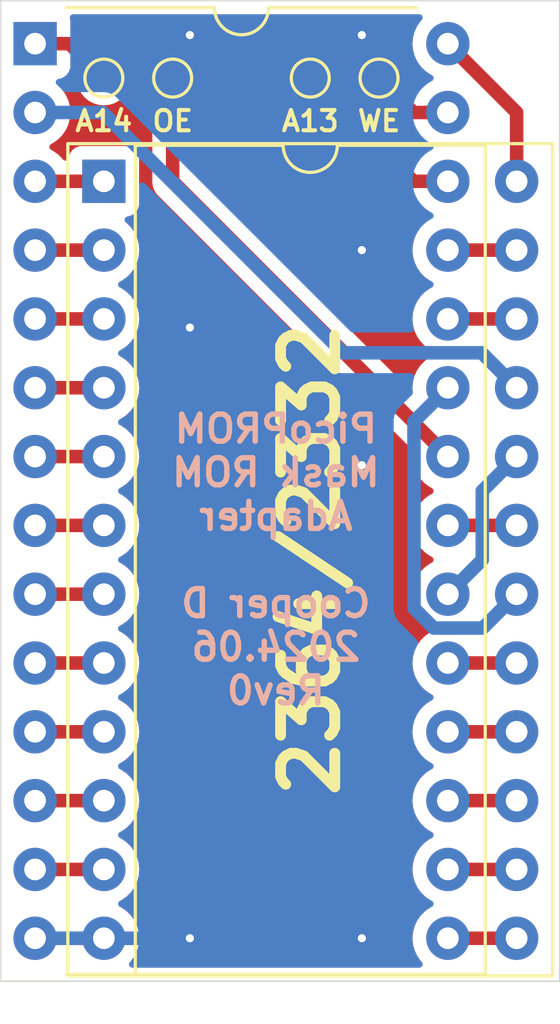
<source format=kicad_pcb>
(kicad_pcb (version 20240108) (generator "pcbnew") (generator_version "8.0")
  (layers (0 "F.Cu" signal) (31 "B.Cu" signal) (34 "B.Paste" user) (35 "F.Paste" user) (36 "B.SilkS" user "B.Silkscreen") (37 "F.SilkS" user "F.Silkscreen") (38 "B.Mask" user) (39 "F.Mask" user) (44 "Edge.Cuts" user))
  (net 0 "")
  (net 1 "Net-(U1-A13)")
  (net 2 "Net-(U1-A14)")
  (net 3 "Net-(U1-~{WE})")
  (net 4 "Net-(U1-~{OE})")
  (net 5 "/D5")
  (net 6 "/D3")
  (net 7 "VCC")
  (net 8 "/D7")
  (net 9 "/A11")
  (net 10 "/A1")
  (net 11 "/D2")
  (net 12 "/A5")
  (net 13 "/D6")
  (net 14 "/D1")
  (net 15 "/A0")
  (net 16 "/A2")
  (net 17 "/D4")
  (net 18 "/A6")
  (net 19 "/A8")
  (net 20 "/A9")
  (net 21 "/D0")
  (net 22 "/A10")
  (net 23 "GND")
  (net 24 "/A4")
  (net 25 "/A7")
  (net 26 "/A3")
  (net 27 "/CS")
  (net 28 "/A12")
  (footprint "TestPoint:TestPoint_Pad_D1.0mm" (layer "F.Cu") (at 132.08 96.52)
    (property "Reference" "TP5" (hide yes))
    (property "Value" "OE")
    (fp_circle (center 0 0) (end 0 0.7) (stroke (width 0.12)) (fill none) (layer "F.SilkS"))
    (pad "1" smd circle (at 0 0) (size 1 1) (layers "F.Cu" "F.Mask") (net 4 "Net-(U1-~{OE})"))
  )
  (footprint "picoprom-mask-rom:PicoPROM_DIP-28_W15.24mm" (layer "F.Cu") (at 127 95.25)
    (property "Reference" "U1" (hide yes))
    (property "Value" "28C256")
    (fp_line (start 1.16 34.35) (end 14.08 34.35) (stroke (width 0.12)) (layer "F.SilkS"))
    (fp_line (start 6.62 -1.33) (end 1.16 -1.33) (stroke (width 0.12)) (layer "F.SilkS"))
    (fp_line (start 14.08 -1.33) (end 8.62 -1.33) (stroke (width 0.12)) (layer "F.SilkS"))
    (fp_arc (start 8.62 -1.33) (mid 7.62 -0.33) (end 6.62 -1.33) (stroke (width 0.12)) (layer "F.SilkS"))
    (pad "1" thru_hole rect (at 0 0) (size 1.6 1.6) (drill 0.8) (layers "*.Cu" "*.Mask") (net 2 "Net-(U1-A14)"))
    (pad "2" thru_hole oval (at 0 2.54) (size 1.6 1.6) (drill 0.8) (layers "*.Cu" "*.Mask") (net 28 "/A12"))
    (pad "3" thru_hole oval (at 0 5.08) (size 1.6 1.6) (drill 0.8) (layers "*.Cu" "*.Mask") (net 25 "/A7"))
    (pad "4" thru_hole oval (at 0 7.62) (size 1.6 1.6) (drill 0.8) (layers "*.Cu" "*.Mask") (net 18 "/A6"))
    (pad "5" thru_hole oval (at 0 10.16) (size 1.6 1.6) (drill 0.8) (layers "*.Cu" "*.Mask") (net 12 "/A5"))
    (pad "6" thru_hole oval (at 0 12.7) (size 1.6 1.6) (drill 0.8) (layers "*.Cu" "*.Mask") (net 24 "/A4"))
    (pad "7" thru_hole oval (at 0 15.24) (size 1.6 1.6) (drill 0.8) (layers "*.Cu" "*.Mask") (net 26 "/A3"))
    (pad "8" thru_hole oval (at 0 17.78) (size 1.6 1.6) (drill 0.8) (layers "*.Cu" "*.Mask") (net 16 "/A2"))
    (pad "9" thru_hole oval (at 0 20.32) (size 1.6 1.6) (drill 0.8) (layers "*.Cu" "*.Mask") (net 10 "/A1"))
    (pad "10" thru_hole oval (at 0 22.86) (size 1.6 1.6) (drill 0.8) (layers "*.Cu" "*.Mask") (net 15 "/A0"))
    (pad "11" thru_hole oval (at 0 25.4) (size 1.6 1.6) (drill 0.8) (layers "*.Cu" "*.Mask") (net 21 "/D0"))
    (pad "12" thru_hole oval (at 0 27.94) (size 1.6 1.6) (drill 0.8) (layers "*.Cu" "*.Mask") (net 14 "/D1"))
    (pad "13" thru_hole oval (at 0 30.48) (size 1.6 1.6) (drill 0.8) (layers "*.Cu" "*.Mask") (net 11 "/D2"))
    (pad "14" thru_hole oval (at 0 33.02) (size 1.6 1.6) (drill 0.8) (layers "*.Cu" "*.Mask") (net 23 "GND"))
    (pad "15" thru_hole oval (at 15.24 33.02) (size 1.6 1.6) (drill 0.8) (layers "*.Cu" "*.Mask") (net 6 "/D3"))
    (pad "16" thru_hole oval (at 15.24 30.48) (size 1.6 1.6) (drill 0.8) (layers "*.Cu" "*.Mask") (net 17 "/D4"))
    (pad "17" thru_hole oval (at 15.24 27.94) (size 1.6 1.6) (drill 0.8) (layers "*.Cu" "*.Mask") (net 5 "/D5"))
    (pad "18" thru_hole oval (at 15.24 25.4) (size 1.6 1.6) (drill 0.8) (layers "*.Cu" "*.Mask") (net 13 "/D6"))
    (pad "19" thru_hole oval (at 15.24 22.86) (size 1.6 1.6) (drill 0.8) (layers "*.Cu" "*.Mask") (net 8 "/D7"))
    (pad "20" thru_hole oval (at 15.24 20.32) (size 1.6 1.6) (drill 0.8) (layers "*.Cu" "*.Mask") (net 27 "/CS"))
    (pad "21" thru_hole oval (at 15.24 17.78) (size 1.6 1.6) (drill 0.8) (layers "*.Cu" "*.Mask") (net 22 "/A10"))
    (pad "22" thru_hole oval (at 15.24 15.24) (size 1.6 1.6) (drill 0.8) (layers "*.Cu" "*.Mask") (net 4 "Net-(U1-~{OE})"))
    (pad "23" thru_hole oval (at 15.24 12.7) (size 1.6 1.6) (drill 0.8) (layers "*.Cu" "*.Mask") (net 9 "/A11"))
    (pad "24" thru_hole oval (at 15.24 10.16) (size 1.6 1.6) (drill 0.8) (layers "*.Cu" "*.Mask") (net 20 "/A9"))
    (pad "25" thru_hole oval (at 15.24 7.62) (size 1.6 1.6) (drill 0.8) (layers "*.Cu" "*.Mask") (net 19 "/A8"))
    (pad "26" thru_hole oval (at 15.24 5.08) (size 1.6 1.6) (drill 0.8) (layers "*.Cu" "*.Mask") (net 1 "Net-(U1-A13)"))
    (pad "27" thru_hole oval (at 15.24 2.54) (size 1.6 1.6) (drill 0.8) (layers "*.Cu" "*.Mask") (net 3 "Net-(U1-~{WE})"))
    (pad "28" thru_hole oval (at 15.24 0) (size 1.6 1.6) (drill 0.8) (layers "*.Cu" "*.Mask") (net 7 "VCC"))
  )
  (footprint "TestPoint:TestPoint_Pad_D1.0mm" (layer "F.Cu") (at 129.54 96.52)
    (property "Reference" "TP3" (hide yes))
    (property "Value" "A14")
    (fp_circle (center 0 0) (end 0 0.7) (stroke (width 0.12)) (fill none) (layer "F.SilkS"))
    (pad "1" smd circle (at 0 0) (size 1 1) (layers "F.Cu" "F.Mask") (net 2 "Net-(U1-A14)"))
  )
  (footprint "Package_DIP:DIP-24_W15.24mm_Socket" (layer "F.Cu") (at 129.54 100.33)
    (property "Reference" "U2" (hide yes))
    (property "Value" "2364")
    (fp_line (start -1.33 -1.39) (end -1.33 29.33) (stroke (width 0.12)) (layer "F.SilkS"))
    (fp_line (start -1.33 29.33) (end 16.57 29.33) (stroke (width 0.12)) (layer "F.SilkS"))
    (fp_line (start 1.16 -1.33) (end 1.16 29.27) (stroke (width 0.12)) (layer "F.SilkS"))
    (fp_line (start 1.16 29.27) (end 14.08 29.27) (stroke (width 0.12)) (layer "F.SilkS"))
    (fp_line (start 6.62 -1.33) (end 1.16 -1.33) (stroke (width 0.12)) (layer "F.SilkS"))
    (fp_line (start 14.08 -1.33) (end 8.62 -1.33) (stroke (width 0.12)) (layer "F.SilkS"))
    (fp_line (start 14.08 29.27) (end 14.08 -1.33) (stroke (width 0.12)) (layer "F.SilkS"))
    (fp_line (start 16.57 -1.39) (end -1.33 -1.39) (stroke (width 0.12)) (layer "F.SilkS"))
    (fp_line (start 16.57 29.33) (end 16.57 -1.39) (stroke (width 0.12)) (layer "F.SilkS"))
    (fp_arc (start 8.62 -1.33) (mid 7.62 -0.33) (end 6.62 -1.33) (stroke (width 0.12)) (layer "F.SilkS"))
    (pad "1" thru_hole rect (at 0 0) (size 1.6 1.6) (drill 0.8) (layers "*.Cu" "*.Mask") (net 25 "/A7"))
    (pad "2" thru_hole oval (at 0 2.54) (size 1.6 1.6) (drill 0.8) (layers "*.Cu" "*.Mask") (net 18 "/A6"))
    (pad "3" thru_hole oval (at 0 5.08) (size 1.6 1.6) (drill 0.8) (layers "*.Cu" "*.Mask") (net 12 "/A5"))
    (pad "4" thru_hole oval (at 0 7.62) (size 1.6 1.6) (drill 0.8) (layers "*.Cu" "*.Mask") (net 24 "/A4"))
    (pad "5" thru_hole oval (at 0 10.16) (size 1.6 1.6) (drill 0.8) (layers "*.Cu" "*.Mask") (net 26 "/A3"))
    (pad "6" thru_hole oval (at 0 12.7) (size 1.6 1.6) (drill 0.8) (layers "*.Cu" "*.Mask") (net 16 "/A2"))
    (pad "7" thru_hole oval (at 0 15.24) (size 1.6 1.6) (drill 0.8) (layers "*.Cu" "*.Mask") (net 10 "/A1"))
    (pad "8" thru_hole oval (at 0 17.78) (size 1.6 1.6) (drill 0.8) (layers "*.Cu" "*.Mask") (net 15 "/A0"))
    (pad "9" thru_hole oval (at 0 20.32) (size 1.6 1.6) (drill 0.8) (layers "*.Cu" "*.Mask") (net 21 "/D0"))
    (pad "10" thru_hole oval (at 0 22.86) (size 1.6 1.6) (drill 0.8) (layers "*.Cu" "*.Mask") (net 14 "/D1"))
    (pad "11" thru_hole oval (at 0 25.4) (size 1.6 1.6) (drill 0.8) (layers "*.Cu" "*.Mask") (net 11 "/D2"))
    (pad "12" thru_hole oval (at 0 27.94) (size 1.6 1.6) (drill 0.8) (layers "*.Cu" "*.Mask") (net 23 "GND"))
    (pad "13" thru_hole oval (at 15.24 27.94) (size 1.6 1.6) (drill 0.8) (layers "*.Cu" "*.Mask") (net 6 "/D3"))
    (pad "14" thru_hole oval (at 15.24 25.4) (size 1.6 1.6) (drill 0.8) (layers "*.Cu" "*.Mask") (net 17 "/D4"))
    (pad "15" thru_hole oval (at 15.24 22.86) (size 1.6 1.6) (drill 0.8) (layers "*.Cu" "*.Mask") (net 5 "/D5"))
    (pad "16" thru_hole oval (at 15.24 20.32) (size 1.6 1.6) (drill 0.8) (layers "*.Cu" "*.Mask") (net 13 "/D6"))
    (pad "17" thru_hole oval (at 15.24 17.78) (size 1.6 1.6) (drill 0.8) (layers "*.Cu" "*.Mask") (net 8 "/D7"))
    (pad "18" thru_hole oval (at 15.24 15.24) (size 1.6 1.6) (drill 0.8) (layers "*.Cu" "*.Mask") (net 9 "/A11"))
    (pad "19" thru_hole oval (at 15.24 12.7) (size 1.6 1.6) (drill 0.8) (layers "*.Cu" "*.Mask") (net 22 "/A10"))
    (pad "20" thru_hole oval (at 15.24 10.16) (size 1.6 1.6) (drill 0.8) (layers "*.Cu" "*.Mask") (net 27 "/CS"))
    (pad "21" thru_hole oval (at 15.24 7.62) (size 1.6 1.6) (drill 0.8) (layers "*.Cu" "*.Mask") (net 28 "/A12"))
    (pad "22" thru_hole oval (at 15.24 5.08) (size 1.6 1.6) (drill 0.8) (layers "*.Cu" "*.Mask") (net 20 "/A9"))
    (pad "23" thru_hole oval (at 15.24 2.54) (size 1.6 1.6) (drill 0.8) (layers "*.Cu" "*.Mask") (net 19 "/A8"))
    (pad "24" thru_hole oval (at 15.24 0) (size 1.6 1.6) (drill 0.8) (layers "*.Cu" "*.Mask") (net 7 "VCC"))
  )
  (footprint "TestPoint:TestPoint_Pad_D1.0mm" (layer "F.Cu") (at 137.16 96.52)
    (property "Reference" "TP2" (hide yes))
    (property "Value" "A13")
    (fp_circle (center 0 0) (end 0 0.7) (stroke (width 0.12)) (fill none) (layer "F.SilkS"))
    (pad "1" smd circle (at 0 0) (size 1 1) (layers "F.Cu" "F.Mask") (net 1 "Net-(U1-A13)"))
  )
  (footprint "TestPoint:TestPoint_Pad_D1.0mm" (layer "F.Cu") (at 139.7 96.52)
    (property "Reference" "TP4" (hide yes))
    (property "Value" "WE")
    (fp_circle (center 0 0) (end 0 0.7) (stroke (width 0.12)) (fill none) (layer "F.SilkS"))
    (pad "1" smd circle (at 0 0) (size 1 1) (layers "F.Cu" "F.Mask") (net 3 "Net-(U1-~{WE})"))
  )
  (gr_rect (start 125.73 93.6625) (end 146.3675 129.8575) (stroke (width 0.05)) (fill none) (layer "Edge.Cuts"))
  (gr_text "PicoPROM\nMask ROM\nAdapter\n\nCooper D\n2024.06\nRev0" (at 135.89 114.3 0) (layer "B.SilkS") (effects (font (size 1 1) (thickness 0.2) (bold yes)) (justify mirror)))
  (gr_text "OE" (at 132.08 98.1075 0) (layer "F.SilkS") (effects (font (size 0.75 0.75) (thickness 0.15) (bold yes))))
  (gr_text "A14" (at 129.54 98.1075 0) (layer "F.SilkS") (effects (font (size 0.75 0.75) (thickness 0.15) (bold yes))))
  (gr_text "A13" (at 137.16 98.1075 0) (layer "F.SilkS") (effects (font (size 0.75 0.75) (thickness 0.15) (bold yes))))
  (gr_text "WE" (at 139.7 98.1075 0) (layer "F.SilkS") (effects (font (size 0.75 0.75) (thickness 0.15) (bold yes))))
  (gr_text "2364/2332" (at 137.16 114.3 90) (layer "F.SilkS") (effects (font (size 2 2) (thickness 0.4) (bold yes))))
  (segment (start 142.24 100.33) (end 140.97 100.33) (width 0.5) (layer "F.Cu") (net 1))
  (segment (start 140.97 100.33) (end 137.16 96.52) (width 0.5) (layer "F.Cu") (net 1))
  (segment (start 127 95.25) (end 128.27 95.25) (width 0.5) (layer "F.Cu") (net 2))
  (segment (start 128.27 95.25) (end 129.54 96.52) (width 0.5) (layer "F.Cu") (net 2))
  (segment (start 142.24 97.79) (end 140.97 97.79) (width 0.5) (layer "F.Cu") (net 3))
  (segment (start 140.97 97.79) (end 139.7 96.52) (width 0.5) (layer "F.Cu") (net 3))
  (segment (start 132.08 100.33) (end 132.08 96.52) (width 0.5) (layer "F.Cu") (net 4))
  (segment (start 142.24 110.49) (end 132.08 100.33) (width 0.5) (layer "F.Cu") (net 4))
  (segment (start 142.24 123.19) (end 144.78 123.19) (width 0.5) (layer "F.Cu") (net 5))
  (segment (start 142.24 128.27) (end 144.78 128.27) (width 0.5) (layer "F.Cu") (net 6))
  (segment (start 142.24 95.25) (end 144.78 97.79) (width 0.5) (layer "F.Cu") (net 7))
  (segment (start 144.78 97.79) (end 144.78 100.33) (width 0.5) (layer "F.Cu") (net 7))
  (segment (start 144.78 118.11) (end 142.24 118.11) (width 0.5) (layer "F.Cu") (net 8))
  (segment (start 142.24 107.95) (end 140.99 109.2) (width 0.5) (layer "B.Cu") (net 9))
  (segment (start 141.722233 116.82) (end 143.53 116.82) (width 0.5) (layer "B.Cu") (net 9))
  (segment (start 143.53 116.82) (end 144.78 115.57) (width 0.5) (layer "B.Cu") (net 9))
  (segment (start 140.99 116.087767) (end 141.722233 116.82) (width 0.5) (layer "B.Cu") (net 9))
  (segment (start 140.99 109.2) (end 140.99 116.087767) (width 0.5) (layer "B.Cu") (net 9))
  (segment (start 127 115.57) (end 129.54 115.57) (width 0.5) (layer "F.Cu") (net 10))
  (segment (start 127 125.73) (end 129.54 125.73) (width 0.5) (layer "F.Cu") (net 11))
  (segment (start 127 105.41) (end 129.54 105.41) (width 0.5) (layer "F.Cu") (net 12))
  (segment (start 144.78 120.65) (end 142.24 120.65) (width 0.5) (layer "F.Cu") (net 13))
  (segment (start 127 123.19) (end 129.54 123.19) (width 0.5) (layer "F.Cu") (net 14))
  (segment (start 127 118.11) (end 129.54 118.11) (width 0.5) (layer "F.Cu") (net 15))
  (segment (start 127 113.03) (end 129.54 113.03) (width 0.5) (layer "F.Cu") (net 16))
  (segment (start 144.78 125.73) (end 142.24 125.73) (width 0.5) (layer "F.Cu") (net 17))
  (segment (start 127 102.87) (end 129.54 102.87) (width 0.5) (layer "F.Cu") (net 18))
  (segment (start 144.78 102.87) (end 142.24 102.87) (width 0.5) (layer "F.Cu") (net 19))
  (segment (start 142.24 105.41) (end 144.78 105.41) (width 0.5) (layer "F.Cu") (net 20))
  (segment (start 127 120.65) (end 129.54 120.65) (width 0.5) (layer "F.Cu") (net 21))
  (segment (start 144.78 113.03) (end 142.24 113.03) (width 0.5) (layer "F.Cu") (net 22))
  (via (at 132.715 94.9325) (size 0.6) (drill 0.3) (layers "F.Cu" "B.Cu") (net 23))
  (via (at 132.715 128.27) (size 0.6) (drill 0.3) (layers "F.Cu" "B.Cu") (net 23))
  (via (at 139.065 102.87) (size 0.6) (drill 0.3) (layers "F.Cu" "B.Cu") (net 23))
  (via (at 139.065 110.8075) (size 0.6) (drill 0.3) (layers "F.Cu" "B.Cu") (net 23))
  (via (at 139.065 94.9325) (size 0.6) (drill 0.3) (layers "F.Cu" "B.Cu") (net 23))
  (via (at 132.715 105.7275) (size 0.6) (drill 0.3) (layers "F.Cu" "B.Cu") (net 23))
  (via (at 139.065 128.27) (size 0.6) (drill 0.3) (layers "F.Cu" "B.Cu") (net 23))
  (segment (start 127 107.95) (end 129.54 107.95) (width 0.5) (layer "F.Cu") (net 24))
  (segment (start 127 100.33) (end 129.54 100.33) (width 0.5) (layer "F.Cu") (net 25))
  (segment (start 127 110.49) (end 129.54 110.49) (width 0.5) (layer "F.Cu") (net 26))
  (segment (start 143.51 114.3) (end 143.51 111.76) (width 0.5) (layer "B.Cu") (net 27))
  (segment (start 143.51 111.76) (end 144.78 110.49) (width 0.5) (layer "B.Cu") (net 27))
  (segment (start 142.24 115.57) (end 143.51 114.3) (width 0.5) (layer "B.Cu") (net 27))
  (segment (start 138.37 106.66) (end 129.5 97.79) (width 0.5) (layer "B.Cu") (net 28))
  (segment (start 129.5 97.79) (end 127 97.79) (width 0.5) (layer "B.Cu") (net 28))
  (segment (start 144.78 107.95) (end 143.49 106.66) (width 0.5) (layer "B.Cu") (net 28))
  (segment (start 143.49 106.66) (end 138.37 106.66) (width 0.5) (layer "B.Cu") (net 28))
  (zone (net 23) (net_name "GND") (layers "F&B.Cu") (connect_pads (clearance 0.5)) (min_thickness 0.25) (fill yes (thermal_gap 0.5) (thermal_bridge_width 0.5))
    (polygon (pts (xy 125.73 93.6625) (xy 146.3675 93.6625) (xy 146.3675 129.8575) (xy 125.73 129.8575)))
  )
)
</source>
